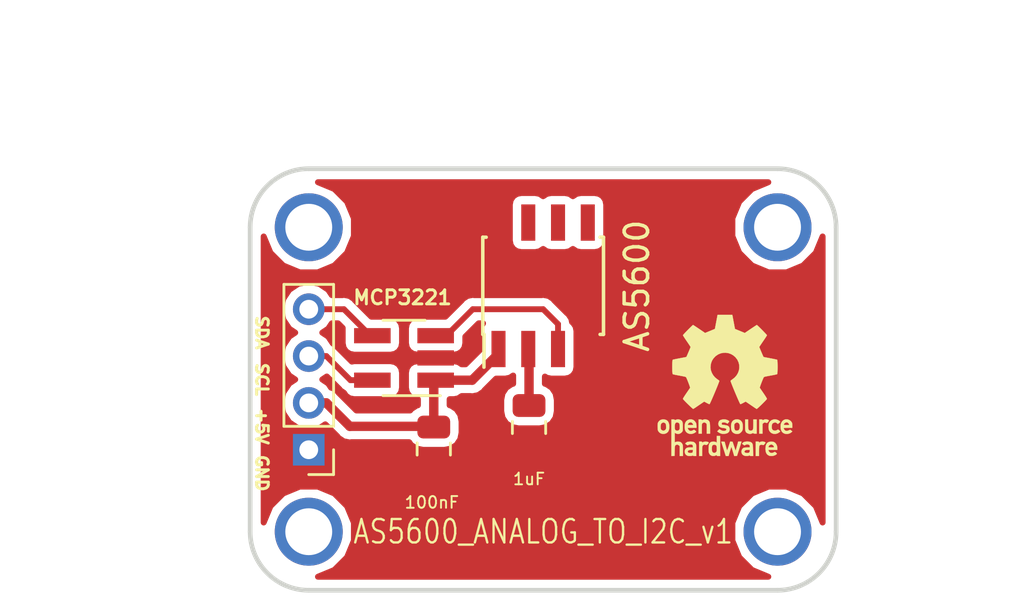
<source format=kicad_pcb>
(kicad_pcb (version 20171130) (host pcbnew "(5.0.0)")

  (general
    (thickness 1.6)
    (drawings 15)
    (tracks 23)
    (zones 0)
    (modules 10)
    (nets 7)
  )

  (page A4)
  (layers
    (0 F.Cu signal)
    (31 B.Cu signal)
    (32 B.Adhes user)
    (33 F.Adhes user)
    (34 B.Paste user)
    (35 F.Paste user)
    (36 B.SilkS user)
    (37 F.SilkS user)
    (38 B.Mask user)
    (39 F.Mask user)
    (40 Dwgs.User user)
    (41 Cmts.User user)
    (42 Eco1.User user)
    (43 Eco2.User user)
    (44 Edge.Cuts user)
    (45 Margin user)
    (46 B.CrtYd user)
    (47 F.CrtYd user)
    (48 B.Fab user)
    (49 F.Fab user)
  )

  (setup
    (last_trace_width 0.4)
    (trace_clearance 0.3)
    (zone_clearance 0.35)
    (zone_45_only no)
    (trace_min 0.2)
    (segment_width 0.2)
    (edge_width 0.2)
    (via_size 0.8)
    (via_drill 0.4)
    (via_min_size 0.4)
    (via_min_drill 0.3)
    (uvia_size 0.3)
    (uvia_drill 0.1)
    (uvias_allowed no)
    (uvia_min_size 0.2)
    (uvia_min_drill 0.1)
    (pcb_text_width 0.3)
    (pcb_text_size 1.5 1.5)
    (mod_edge_width 0.15)
    (mod_text_size 1 1)
    (mod_text_width 0.15)
    (pad_size 2.9 2.9)
    (pad_drill 2)
    (pad_to_mask_clearance 0.2)
    (aux_axis_origin 0 0)
    (grid_origin 152 59)
    (visible_elements 7FFFFFFF)
    (pcbplotparams
      (layerselection 0x010f0_ffffffff)
      (usegerberextensions true)
      (usegerberattributes false)
      (usegerberadvancedattributes false)
      (creategerberjobfile false)
      (excludeedgelayer true)
      (linewidth 0.100000)
      (plotframeref false)
      (viasonmask false)
      (mode 1)
      (useauxorigin false)
      (hpglpennumber 1)
      (hpglpenspeed 20)
      (hpglpendiameter 15.000000)
      (psnegative false)
      (psa4output false)
      (plotreference true)
      (plotvalue true)
      (plotinvisibletext false)
      (padsonsilk false)
      (subtractmaskfromsilk false)
      (outputformat 1)
      (mirror false)
      (drillshape 0)
      (scaleselection 1)
      (outputdirectory "gerber/"))
  )

  (net 0 "")
  (net 1 +5V)
  (net 2 GND)
  (net 3 "Net-(C2-Pad1)")
  (net 4 SDA)
  (net 5 SCL)
  (net 6 ANALOG)

  (net_class Default "This is the default net class."
    (clearance 0.3)
    (trace_width 0.4)
    (via_dia 0.8)
    (via_drill 0.4)
    (uvia_dia 0.3)
    (uvia_drill 0.1)
    (add_net +5V)
    (add_net GND)
    (add_net "Net-(C2-Pad1)")
  )

  (net_class ANALOG ""
    (clearance 0.3)
    (trace_width 0.25)
    (via_dia 0.8)
    (via_drill 0.4)
    (uvia_dia 0.3)
    (uvia_drill 0.1)
    (add_net ANALOG)
    (add_net SCL)
    (add_net SDA)
  )

  (module modular_segment_PCB_footprints:MountingHole_2.5mm_Pad (layer F.Cu) (tedit 5C799F79) (tstamp 5C78F260)
    (at 172 61)
    (descr "Mounting Hole 2.5mm")
    (tags "mounting hole 2.5mm")
    (attr virtual)
    (fp_text reference "2.5mm " (at 0.5 4) (layer F.SilkS) hide
      (effects (font (size 1 1) (thickness 0.15)))
    )
    (fp_text value Hole_BL (at 6.5 3.5) (layer F.Fab) hide
      (effects (font (size 1 1) (thickness 0.15)))
    )
    (pad "" np_thru_hole circle (at 0 -2) (size 2.9 2.9) (drill 2) (layers *.Cu *.Mask))
  )

  (module Symbol:OSHW-Logo_5.7x6mm_SilkScreen (layer F.Cu) (tedit 0) (tstamp 5C9F8F0F)
    (at 169.75 65.75)
    (descr "Open Source Hardware Logo")
    (tags "Logo OSHW")
    (attr virtual)
    (fp_text reference REF** (at 0 0) (layer F.SilkS) hide
      (effects (font (size 1 1) (thickness 0.15)))
    )
    (fp_text value OSHW-Logo_5.7x6mm_SilkScreen (at 0.75 0) (layer F.Fab) hide
      (effects (font (size 1 1) (thickness 0.15)))
    )
    (fp_poly (pts (xy 0.376964 -2.709982) (xy 0.433812 -2.40843) (xy 0.853338 -2.235488) (xy 1.104984 -2.406605)
      (xy 1.175458 -2.45425) (xy 1.239163 -2.49679) (xy 1.293126 -2.532285) (xy 1.334373 -2.55879)
      (xy 1.359934 -2.574364) (xy 1.366895 -2.577722) (xy 1.379435 -2.569086) (xy 1.406231 -2.545208)
      (xy 1.44428 -2.509141) (xy 1.490579 -2.463933) (xy 1.542123 -2.412636) (xy 1.595909 -2.358299)
      (xy 1.648935 -2.303972) (xy 1.698195 -2.252705) (xy 1.740687 -2.207549) (xy 1.773407 -2.171554)
      (xy 1.793351 -2.14777) (xy 1.798119 -2.13981) (xy 1.791257 -2.125135) (xy 1.77202 -2.092986)
      (xy 1.74243 -2.046508) (xy 1.70451 -1.988844) (xy 1.660282 -1.92314) (xy 1.634654 -1.885664)
      (xy 1.587941 -1.817232) (xy 1.546432 -1.75548) (xy 1.51214 -1.703481) (xy 1.48708 -1.664308)
      (xy 1.473264 -1.641035) (xy 1.471188 -1.636145) (xy 1.475895 -1.622245) (xy 1.488723 -1.58985)
      (xy 1.507738 -1.543515) (xy 1.531003 -1.487794) (xy 1.556584 -1.427242) (xy 1.582545 -1.366414)
      (xy 1.60695 -1.309864) (xy 1.627863 -1.262148) (xy 1.643349 -1.227819) (xy 1.651472 -1.211432)
      (xy 1.651952 -1.210788) (xy 1.664707 -1.207659) (xy 1.698677 -1.200679) (xy 1.75034 -1.190533)
      (xy 1.816176 -1.177908) (xy 1.892664 -1.163491) (xy 1.93729 -1.155177) (xy 2.019021 -1.139616)
      (xy 2.092843 -1.124808) (xy 2.155021 -1.111564) (xy 2.201822 -1.100695) (xy 2.229509 -1.093011)
      (xy 2.235074 -1.090573) (xy 2.240526 -1.07407) (xy 2.244924 -1.0368) (xy 2.248272 -0.98312)
      (xy 2.250574 -0.917388) (xy 2.251832 -0.843963) (xy 2.252048 -0.767204) (xy 2.251227 -0.691468)
      (xy 2.249371 -0.621114) (xy 2.246482 -0.5605) (xy 2.242565 -0.513984) (xy 2.237622 -0.485925)
      (xy 2.234657 -0.480084) (xy 2.216934 -0.473083) (xy 2.179381 -0.463073) (xy 2.126964 -0.451231)
      (xy 2.064652 -0.438733) (xy 2.0429 -0.43469) (xy 1.938024 -0.41548) (xy 1.85518 -0.400009)
      (xy 1.79163 -0.387663) (xy 1.744637 -0.377827) (xy 1.711463 -0.369886) (xy 1.689371 -0.363224)
      (xy 1.675624 -0.357227) (xy 1.667484 -0.351281) (xy 1.666345 -0.350106) (xy 1.654977 -0.331174)
      (xy 1.637635 -0.294331) (xy 1.61605 -0.244087) (xy 1.591954 -0.184954) (xy 1.567079 -0.121444)
      (xy 1.543157 -0.058068) (xy 1.521919 0.000662) (xy 1.505097 0.050235) (xy 1.494422 0.086139)
      (xy 1.491627 0.103862) (xy 1.49186 0.104483) (xy 1.501331 0.11897) (xy 1.522818 0.150844)
      (xy 1.554063 0.196789) (xy 1.592807 0.253485) (xy 1.636793 0.317617) (xy 1.649319 0.335842)
      (xy 1.693984 0.401914) (xy 1.733288 0.4622) (xy 1.765088 0.513235) (xy 1.787245 0.55156)
      (xy 1.797617 0.573711) (xy 1.798119 0.576432) (xy 1.789405 0.590736) (xy 1.765325 0.619072)
      (xy 1.728976 0.658396) (xy 1.683453 0.705661) (xy 1.631852 0.757823) (xy 1.577267 0.811835)
      (xy 1.522794 0.864653) (xy 1.471529 0.913231) (xy 1.426567 0.954523) (xy 1.391004 0.985485)
      (xy 1.367935 1.00307) (xy 1.361554 1.005941) (xy 1.346699 0.999178) (xy 1.316286 0.980939)
      (xy 1.275268 0.954297) (xy 1.243709 0.932852) (xy 1.186525 0.893503) (xy 1.118806 0.847171)
      (xy 1.05088 0.800913) (xy 1.014361 0.776155) (xy 0.890752 0.692547) (xy 0.786991 0.74865)
      (xy 0.73972 0.773228) (xy 0.699523 0.792331) (xy 0.672326 0.803227) (xy 0.665402 0.804743)
      (xy 0.657077 0.793549) (xy 0.640654 0.761917) (xy 0.617357 0.712765) (xy 0.588414 0.64901)
      (xy 0.55505 0.573571) (xy 0.518491 0.489364) (xy 0.479964 0.399308) (xy 0.440694 0.306321)
      (xy 0.401908 0.21332) (xy 0.36483 0.123223) (xy 0.330689 0.038948) (xy 0.300708 -0.036587)
      (xy 0.276116 -0.100466) (xy 0.258136 -0.149769) (xy 0.247997 -0.181579) (xy 0.246366 -0.192504)
      (xy 0.259291 -0.206439) (xy 0.287589 -0.22906) (xy 0.325346 -0.255667) (xy 0.328515 -0.257772)
      (xy 0.4261 -0.335886) (xy 0.504786 -0.427018) (xy 0.563891 -0.528255) (xy 0.602732 -0.636682)
      (xy 0.620628 -0.749386) (xy 0.616897 -0.863452) (xy 0.590857 -0.975966) (xy 0.541825 -1.084015)
      (xy 0.5274 -1.107655) (xy 0.452369 -1.203113) (xy 0.36373 -1.279768) (xy 0.264549 -1.33722)
      (xy 0.157895 -1.375071) (xy 0.046836 -1.392922) (xy -0.065561 -1.390375) (xy -0.176227 -1.36703)
      (xy -0.282094 -1.32249) (xy -0.380095 -1.256355) (xy -0.41041 -1.229513) (xy -0.487562 -1.145488)
      (xy -0.543782 -1.057034) (xy -0.582347 -0.957885) (xy -0.603826 -0.859697) (xy -0.609128 -0.749303)
      (xy -0.591448 -0.63836) (xy -0.552581 -0.530619) (xy -0.494323 -0.429831) (xy -0.418469 -0.339744)
      (xy -0.326817 -0.264108) (xy -0.314772 -0.256136) (xy -0.276611 -0.230026) (xy -0.247601 -0.207405)
      (xy -0.233732 -0.192961) (xy -0.233531 -0.192504) (xy -0.236508 -0.176879) (xy -0.248311 -0.141418)
      (xy -0.267714 -0.089038) (xy -0.293488 -0.022655) (xy -0.324409 0.054814) (xy -0.359249 0.14045)
      (xy -0.396783 0.231337) (xy -0.435783 0.324559) (xy -0.475023 0.417197) (xy -0.513276 0.506335)
      (xy -0.549317 0.589055) (xy -0.581917 0.662441) (xy -0.609852 0.723575) (xy -0.631895 0.769541)
      (xy -0.646818 0.797421) (xy -0.652828 0.804743) (xy -0.671191 0.799041) (xy -0.705552 0.783749)
      (xy -0.749984 0.761599) (xy -0.774417 0.74865) (xy -0.878178 0.692547) (xy -1.001787 0.776155)
      (xy -1.064886 0.818987) (xy -1.13397 0.866122) (xy -1.198707 0.910503) (xy -1.231134 0.932852)
      (xy -1.276741 0.963477) (xy -1.31536 0.987747) (xy -1.341952 1.002587) (xy -1.35059 1.005724)
      (xy -1.363161 0.997261) (xy -1.390984 0.973636) (xy -1.431361 0.937302) (xy -1.481595 0.890711)
      (xy -1.538988 0.836317) (xy -1.575286 0.801392) (xy -1.63879 0.738996) (xy -1.693673 0.683188)
      (xy -1.737714 0.636354) (xy -1.768695 0.600882) (xy -1.784398 0.579161) (xy -1.785905 0.574752)
      (xy -1.778914 0.557985) (xy -1.759594 0.524082) (xy -1.730091 0.476476) (xy -1.692545 0.418599)
      (xy -1.6491 0.353884) (xy -1.636745 0.335842) (xy -1.591727 0.270267) (xy -1.55134 0.211228)
      (xy -1.51784 0.162042) (xy -1.493486 0.126028) (xy -1.480536 0.106502) (xy -1.479285 0.104483)
      (xy -1.481156 0.088922) (xy -1.491087 0.054709) (xy -1.507347 0.006355) (xy -1.528205 -0.051629)
      (xy -1.551927 -0.11473) (xy -1.576784 -0.178437) (xy -1.601042 -0.238239) (xy -1.622971 -0.289624)
      (xy -1.640838 -0.328081) (xy -1.652913 -0.349098) (xy -1.653771 -0.350106) (xy -1.661154 -0.356112)
      (xy -1.673625 -0.362052) (xy -1.69392 -0.36854) (xy -1.724778 -0.376191) (xy -1.768934 -0.38562)
      (xy -1.829126 -0.397441) (xy -1.908093 -0.412271) (xy -2.00857 -0.430723) (xy -2.030325 -0.43469)
      (xy -2.094802 -0.447147) (xy -2.151011 -0.459334) (xy -2.193987 -0.470074) (xy -2.21876 -0.478191)
      (xy -2.222082 -0.480084) (xy -2.227556 -0.496862) (xy -2.232006 -0.534355) (xy -2.235428 -0.588206)
      (xy -2.237819 -0.654056) (xy -2.239177 -0.727547) (xy -2.239499 -0.80432) (xy -2.238781 -0.880017)
      (xy -2.237021 -0.95028) (xy -2.234216 -1.01075) (xy -2.230362 -1.05707) (xy -2.225457 -1.084881)
      (xy -2.2225 -1.090573) (xy -2.206037 -1.096314) (xy -2.168551 -1.105655) (xy -2.113775 -1.117785)
      (xy -2.045445 -1.131893) (xy -1.967294 -1.14717) (xy -1.924716 -1.155177) (xy -1.843929 -1.170279)
      (xy -1.771887 -1.18396) (xy -1.712111 -1.195533) (xy -1.668121 -1.204313) (xy -1.643439 -1.209613)
      (xy -1.639377 -1.210788) (xy -1.632511 -1.224035) (xy -1.617998 -1.255943) (xy -1.597771 -1.301953)
      (xy -1.573766 -1.357508) (xy -1.547918 -1.418047) (xy -1.52216 -1.479014) (xy -1.498427 -1.535849)
      (xy -1.478654 -1.583994) (xy -1.464776 -1.61889) (xy -1.458726 -1.635979) (xy -1.458614 -1.636726)
      (xy -1.465472 -1.650207) (xy -1.484698 -1.68123) (xy -1.514272 -1.726711) (xy -1.552173 -1.783568)
      (xy -1.59638 -1.848717) (xy -1.622079 -1.886138) (xy -1.668907 -1.954753) (xy -1.710499 -2.017048)
      (xy -1.744825 -2.069871) (xy -1.769857 -2.110073) (xy -1.783565 -2.1345) (xy -1.785544 -2.139976)
      (xy -1.777034 -2.152722) (xy -1.753507 -2.179937) (xy -1.717968 -2.218572) (xy -1.673423 -2.265577)
      (xy -1.622877 -2.317905) (xy -1.569336 -2.372505) (xy -1.515805 -2.42633) (xy -1.465289 -2.47633)
      (xy -1.420794 -2.519457) (xy -1.385325 -2.552661) (xy -1.361887 -2.572894) (xy -1.354046 -2.577722)
      (xy -1.34128 -2.570933) (xy -1.310744 -2.551858) (xy -1.26541 -2.522439) (xy -1.208244 -2.484619)
      (xy -1.142216 -2.440339) (xy -1.09241 -2.406605) (xy -0.840764 -2.235488) (xy -0.631001 -2.321959)
      (xy -0.421237 -2.40843) (xy -0.364389 -2.709982) (xy -0.30754 -3.011534) (xy 0.320115 -3.011534)
      (xy 0.376964 -2.709982)) (layer F.SilkS) (width 0.01))
    (fp_poly (pts (xy 1.79946 1.45803) (xy 1.842711 1.471245) (xy 1.870558 1.487941) (xy 1.879629 1.501145)
      (xy 1.877132 1.516797) (xy 1.860931 1.541385) (xy 1.847232 1.5588) (xy 1.818992 1.590283)
      (xy 1.797775 1.603529) (xy 1.779688 1.602664) (xy 1.726035 1.58901) (xy 1.68663 1.58963)
      (xy 1.654632 1.605104) (xy 1.64389 1.614161) (xy 1.609505 1.646027) (xy 1.609505 2.062179)
      (xy 1.471188 2.062179) (xy 1.471188 1.458614) (xy 1.540347 1.458614) (xy 1.581869 1.460256)
      (xy 1.603291 1.466087) (xy 1.609502 1.477461) (xy 1.609505 1.477798) (xy 1.612439 1.489713)
      (xy 1.625704 1.488159) (xy 1.644084 1.479563) (xy 1.682046 1.463568) (xy 1.712872 1.453945)
      (xy 1.752536 1.451478) (xy 1.79946 1.45803)) (layer F.SilkS) (width 0.01))
    (fp_poly (pts (xy -0.754012 1.469002) (xy -0.722717 1.48395) (xy -0.692409 1.505541) (xy -0.669318 1.530391)
      (xy -0.6525 1.562087) (xy -0.641006 1.604214) (xy -0.633891 1.660358) (xy -0.630207 1.734106)
      (xy -0.629008 1.829044) (xy -0.628989 1.838985) (xy -0.628713 2.062179) (xy -0.76703 2.062179)
      (xy -0.76703 1.856418) (xy -0.767128 1.780189) (xy -0.767809 1.724939) (xy -0.769651 1.686501)
      (xy -0.773233 1.660706) (xy -0.779132 1.643384) (xy -0.787927 1.630368) (xy -0.80018 1.617507)
      (xy -0.843047 1.589873) (xy -0.889843 1.584745) (xy -0.934424 1.602217) (xy -0.949928 1.615221)
      (xy -0.96131 1.627447) (xy -0.969481 1.64054) (xy -0.974974 1.658615) (xy -0.97832 1.685787)
      (xy -0.980051 1.72617) (xy -0.980697 1.783879) (xy -0.980792 1.854132) (xy -0.980792 2.062179)
      (xy -1.119109 2.062179) (xy -1.119109 1.458614) (xy -1.04995 1.458614) (xy -1.008428 1.460256)
      (xy -0.987006 1.466087) (xy -0.980795 1.477461) (xy -0.980792 1.477798) (xy -0.97791 1.488938)
      (xy -0.965199 1.487674) (xy -0.939926 1.475434) (xy -0.882605 1.457424) (xy -0.817037 1.455421)
      (xy -0.754012 1.469002)) (layer F.SilkS) (width 0.01))
    (fp_poly (pts (xy 2.677898 1.456457) (xy 2.710096 1.464279) (xy 2.771825 1.492921) (xy 2.82461 1.536667)
      (xy 2.861141 1.589117) (xy 2.86616 1.600893) (xy 2.873045 1.63174) (xy 2.877864 1.677371)
      (xy 2.879505 1.723492) (xy 2.879505 1.810693) (xy 2.697178 1.810693) (xy 2.621979 1.810978)
      (xy 2.569003 1.812704) (xy 2.535325 1.817181) (xy 2.51802 1.82572) (xy 2.514163 1.83963)
      (xy 2.520829 1.860222) (xy 2.53277 1.884315) (xy 2.56608 1.924525) (xy 2.612368 1.944558)
      (xy 2.668944 1.943905) (xy 2.733031 1.922101) (xy 2.788417 1.895193) (xy 2.834375 1.931532)
      (xy 2.880333 1.967872) (xy 2.837096 2.007819) (xy 2.779374 2.045563) (xy 2.708386 2.06832)
      (xy 2.632029 2.074688) (xy 2.558199 2.063268) (xy 2.546287 2.059393) (xy 2.481399 2.025506)
      (xy 2.43313 1.974986) (xy 2.400465 1.906325) (xy 2.382385 1.818014) (xy 2.382175 1.816121)
      (xy 2.380556 1.719878) (xy 2.3871 1.685542) (xy 2.514852 1.685542) (xy 2.526584 1.690822)
      (xy 2.558438 1.694867) (xy 2.605397 1.697176) (xy 2.635154 1.697525) (xy 2.690648 1.697306)
      (xy 2.725346 1.695916) (xy 2.743601 1.692251) (xy 2.749766 1.68521) (xy 2.748195 1.67369)
      (xy 2.746878 1.669233) (xy 2.724382 1.627355) (xy 2.689003 1.593604) (xy 2.65778 1.578773)
      (xy 2.616301 1.579668) (xy 2.574269 1.598164) (xy 2.539012 1.628786) (xy 2.517854 1.666062)
      (xy 2.514852 1.685542) (xy 2.3871 1.685542) (xy 2.39669 1.635229) (xy 2.428698 1.564191)
      (xy 2.474701 1.508779) (xy 2.532821 1.471009) (xy 2.60118 1.452896) (xy 2.677898 1.456457)) (layer F.SilkS) (width 0.01))
    (fp_poly (pts (xy 2.217226 1.46388) (xy 2.29008 1.49483) (xy 2.313027 1.509895) (xy 2.342354 1.533048)
      (xy 2.360764 1.551253) (xy 2.363961 1.557183) (xy 2.354935 1.57034) (xy 2.331837 1.592667)
      (xy 2.313344 1.60825) (xy 2.262728 1.648926) (xy 2.22276 1.615295) (xy 2.191874 1.593584)
      (xy 2.161759 1.58609) (xy 2.127292 1.58792) (xy 2.072561 1.601528) (xy 2.034886 1.629772)
      (xy 2.011991 1.675433) (xy 2.001597 1.741289) (xy 2.001595 1.741331) (xy 2.002494 1.814939)
      (xy 2.016463 1.868946) (xy 2.044328 1.905716) (xy 2.063325 1.918168) (xy 2.113776 1.933673)
      (xy 2.167663 1.933683) (xy 2.214546 1.918638) (xy 2.225644 1.911287) (xy 2.253476 1.892511)
      (xy 2.275236 1.889434) (xy 2.298704 1.903409) (xy 2.324649 1.92851) (xy 2.365716 1.97088)
      (xy 2.320121 2.008464) (xy 2.249674 2.050882) (xy 2.170233 2.071785) (xy 2.087215 2.070272)
      (xy 2.032694 2.056411) (xy 1.96897 2.022135) (xy 1.918005 1.968212) (xy 1.894851 1.930149)
      (xy 1.876099 1.875536) (xy 1.866715 1.806369) (xy 1.866643 1.731407) (xy 1.875824 1.659409)
      (xy 1.894199 1.599137) (xy 1.897093 1.592958) (xy 1.939952 1.532351) (xy 1.997979 1.488224)
      (xy 2.066591 1.461493) (xy 2.141201 1.453073) (xy 2.217226 1.46388)) (layer F.SilkS) (width 0.01))
    (fp_poly (pts (xy 0.993367 1.654342) (xy 0.994555 1.746563) (xy 0.998897 1.81661) (xy 1.007558 1.867381)
      (xy 1.021704 1.901772) (xy 1.0425 1.922679) (xy 1.07111 1.933) (xy 1.106535 1.935636)
      (xy 1.143636 1.932682) (xy 1.171818 1.921889) (xy 1.192243 1.90036) (xy 1.206079 1.865199)
      (xy 1.214491 1.81351) (xy 1.218643 1.742394) (xy 1.219703 1.654342) (xy 1.219703 1.458614)
      (xy 1.35802 1.458614) (xy 1.35802 2.062179) (xy 1.288862 2.062179) (xy 1.24717 2.060489)
      (xy 1.225701 2.054556) (xy 1.219703 2.043293) (xy 1.216091 2.033261) (xy 1.201714 2.035383)
      (xy 1.172736 2.04958) (xy 1.106319 2.07148) (xy 1.035875 2.069928) (xy 0.968377 2.046147)
      (xy 0.936233 2.027362) (xy 0.911715 2.007022) (xy 0.893804 1.981573) (xy 0.881479 1.947458)
      (xy 0.873723 1.901121) (xy 0.869516 1.839007) (xy 0.86784 1.757561) (xy 0.867624 1.694578)
      (xy 0.867624 1.458614) (xy 0.993367 1.458614) (xy 0.993367 1.654342)) (layer F.SilkS) (width 0.01))
    (fp_poly (pts (xy 0.610762 1.466055) (xy 0.674363 1.500692) (xy 0.724123 1.555372) (xy 0.747568 1.599842)
      (xy 0.757634 1.639121) (xy 0.764156 1.695116) (xy 0.766951 1.759621) (xy 0.765836 1.824429)
      (xy 0.760626 1.881334) (xy 0.754541 1.911727) (xy 0.734014 1.953306) (xy 0.698463 1.997468)
      (xy 0.655619 2.036087) (xy 0.613211 2.061034) (xy 0.612177 2.06143) (xy 0.559553 2.072331)
      (xy 0.497188 2.072601) (xy 0.437924 2.062676) (xy 0.41504 2.054722) (xy 0.356102 2.0213)
      (xy 0.31389 1.977511) (xy 0.286156 1.919538) (xy 0.270651 1.843565) (xy 0.267143 1.803771)
      (xy 0.26759 1.753766) (xy 0.402376 1.753766) (xy 0.406917 1.826732) (xy 0.419986 1.882334)
      (xy 0.440756 1.917861) (xy 0.455552 1.92802) (xy 0.493464 1.935104) (xy 0.538527 1.933007)
      (xy 0.577487 1.922812) (xy 0.587704 1.917204) (xy 0.614659 1.884538) (xy 0.632451 1.834545)
      (xy 0.640024 1.773705) (xy 0.636325 1.708497) (xy 0.628057 1.669253) (xy 0.60432 1.623805)
      (xy 0.566849 1.595396) (xy 0.52172 1.585573) (xy 0.475011 1.595887) (xy 0.439132 1.621112)
      (xy 0.420277 1.641925) (xy 0.409272 1.662439) (xy 0.404026 1.690203) (xy 0.402449 1.732762)
      (xy 0.402376 1.753766) (xy 0.26759 1.753766) (xy 0.268094 1.69758) (xy 0.285388 1.610501)
      (xy 0.319029 1.54253) (xy 0.369018 1.493664) (xy 0.435356 1.463899) (xy 0.449601 1.460448)
      (xy 0.53521 1.452345) (xy 0.610762 1.466055)) (layer F.SilkS) (width 0.01))
    (fp_poly (pts (xy 0.014017 1.456452) (xy 0.061634 1.465482) (xy 0.111034 1.48437) (xy 0.116312 1.486777)
      (xy 0.153774 1.506476) (xy 0.179717 1.524781) (xy 0.188103 1.536508) (xy 0.180117 1.555632)
      (xy 0.16072 1.58385) (xy 0.15211 1.594384) (xy 0.116628 1.635847) (xy 0.070885 1.608858)
      (xy 0.02735 1.590878) (xy -0.02295 1.581267) (xy -0.071188 1.58066) (xy -0.108533 1.589691)
      (xy -0.117495 1.595327) (xy -0.134563 1.621171) (xy -0.136637 1.650941) (xy -0.123866 1.674197)
      (xy -0.116312 1.678708) (xy -0.093675 1.684309) (xy -0.053885 1.690892) (xy -0.004834 1.697183)
      (xy 0.004215 1.69817) (xy 0.082996 1.711798) (xy 0.140136 1.734946) (xy 0.17803 1.769752)
      (xy 0.199079 1.818354) (xy 0.205635 1.877718) (xy 0.196577 1.945198) (xy 0.167164 1.998188)
      (xy 0.117278 2.036783) (xy 0.0468 2.061081) (xy -0.031435 2.070667) (xy -0.095234 2.070552)
      (xy -0.146984 2.061845) (xy -0.182327 2.049825) (xy -0.226983 2.02888) (xy -0.268253 2.004574)
      (xy -0.282921 1.993876) (xy -0.320643 1.963084) (xy -0.275148 1.917049) (xy -0.229653 1.871013)
      (xy -0.177928 1.905243) (xy -0.126048 1.930952) (xy -0.070649 1.944399) (xy -0.017395 1.945818)
      (xy 0.028049 1.935443) (xy 0.060016 1.913507) (xy 0.070338 1.894998) (xy 0.068789 1.865314)
      (xy 0.04314 1.842615) (xy -0.00654 1.82694) (xy -0.060969 1.819695) (xy -0.144736 1.805873)
      (xy -0.206967 1.779796) (xy -0.248493 1.740699) (xy -0.270147 1.68782) (xy -0.273147 1.625126)
      (xy -0.258329 1.559642) (xy -0.224546 1.510144) (xy -0.171495 1.476408) (xy -0.098874 1.458207)
      (xy -0.045072 1.454639) (xy 0.014017 1.456452)) (layer F.SilkS) (width 0.01))
    (fp_poly (pts (xy -1.356699 1.472614) (xy -1.344168 1.478514) (xy -1.300799 1.510283) (xy -1.25979 1.556646)
      (xy -1.229168 1.607696) (xy -1.220459 1.631166) (xy -1.212512 1.673091) (xy -1.207774 1.723757)
      (xy -1.207199 1.744679) (xy -1.207129 1.810693) (xy -1.587083 1.810693) (xy -1.578983 1.845273)
      (xy -1.559104 1.88617) (xy -1.524347 1.921514) (xy -1.482998 1.944282) (xy -1.456649 1.94901)
      (xy -1.420916 1.943273) (xy -1.378282 1.928882) (xy -1.363799 1.922262) (xy -1.31024 1.895513)
      (xy -1.264533 1.930376) (xy -1.238158 1.953955) (xy -1.224124 1.973417) (xy -1.223414 1.979129)
      (xy -1.235951 1.992973) (xy -1.263428 2.014012) (xy -1.288366 2.030425) (xy -1.355664 2.05993)
      (xy -1.43111 2.073284) (xy -1.505888 2.069812) (xy -1.565495 2.051663) (xy -1.626941 2.012784)
      (xy -1.670608 1.961595) (xy -1.697926 1.895367) (xy -1.710322 1.811371) (xy -1.711421 1.772936)
      (xy -1.707022 1.684861) (xy -1.706482 1.682299) (xy -1.580582 1.682299) (xy -1.577115 1.690558)
      (xy -1.562863 1.695113) (xy -1.53347 1.697065) (xy -1.484575 1.697517) (xy -1.465748 1.697525)
      (xy -1.408467 1.696843) (xy -1.372141 1.694364) (xy -1.352604 1.689443) (xy -1.34569 1.681434)
      (xy -1.345445 1.678862) (xy -1.353336 1.658423) (xy -1.373085 1.629789) (xy -1.381575 1.619763)
      (xy -1.413094 1.591408) (xy -1.445949 1.580259) (xy -1.463651 1.579327) (xy -1.511539 1.590981)
      (xy -1.551699 1.622285) (xy -1.577173 1.667752) (xy -1.577625 1.669233) (xy -1.580582 1.682299)
      (xy -1.706482 1.682299) (xy -1.692392 1.61551) (xy -1.666038 1.560025) (xy -1.633807 1.520639)
      (xy -1.574217 1.477931) (xy -1.504168 1.455109) (xy -1.429661 1.453046) (xy -1.356699 1.472614)) (layer F.SilkS) (width 0.01))
    (fp_poly (pts (xy -2.538261 1.465148) (xy -2.472479 1.494231) (xy -2.42254 1.542793) (xy -2.388374 1.610908)
      (xy -2.369907 1.698651) (xy -2.368583 1.712351) (xy -2.367546 1.808939) (xy -2.380993 1.893602)
      (xy -2.408108 1.962221) (xy -2.422627 1.984294) (xy -2.473201 2.031011) (xy -2.537609 2.061268)
      (xy -2.609666 2.073824) (xy -2.683185 2.067439) (xy -2.739072 2.047772) (xy -2.787132 2.014629)
      (xy -2.826412 1.971175) (xy -2.827092 1.970158) (xy -2.843044 1.943338) (xy -2.85341 1.916368)
      (xy -2.859688 1.882332) (xy -2.863373 1.83431) (xy -2.864997 1.794931) (xy -2.865672 1.759219)
      (xy -2.739955 1.759219) (xy -2.738726 1.79477) (xy -2.734266 1.842094) (xy -2.726397 1.872465)
      (xy -2.712207 1.894072) (xy -2.698917 1.906694) (xy -2.651802 1.933122) (xy -2.602505 1.936653)
      (xy -2.556593 1.917639) (xy -2.533638 1.896331) (xy -2.517096 1.874859) (xy -2.507421 1.854313)
      (xy -2.503174 1.827574) (xy -2.50292 1.787523) (xy -2.504228 1.750638) (xy -2.507043 1.697947)
      (xy -2.511505 1.663772) (xy -2.519548 1.64148) (xy -2.533103 1.624442) (xy -2.543845 1.614703)
      (xy -2.588777 1.589123) (xy -2.637249 1.587847) (xy -2.677894 1.602999) (xy -2.712567 1.634642)
      (xy -2.733224 1.68662) (xy -2.739955 1.759219) (xy -2.865672 1.759219) (xy -2.866479 1.716621)
      (xy -2.863948 1.658056) (xy -2.856362 1.614007) (xy -2.842681 1.579248) (xy -2.821865 1.548551)
      (xy -2.814147 1.539436) (xy -2.765889 1.494021) (xy -2.714128 1.467493) (xy -2.650828 1.456379)
      (xy -2.619961 1.455471) (xy -2.538261 1.465148)) (layer F.SilkS) (width 0.01))
    (fp_poly (pts (xy 2.032581 2.40497) (xy 2.092685 2.420597) (xy 2.143021 2.452848) (xy 2.167393 2.47694)
      (xy 2.207345 2.533895) (xy 2.230242 2.599965) (xy 2.238108 2.681182) (xy 2.238148 2.687748)
      (xy 2.238218 2.753763) (xy 1.858264 2.753763) (xy 1.866363 2.788342) (xy 1.880987 2.819659)
      (xy 1.906581 2.852291) (xy 1.911935 2.8575) (xy 1.957943 2.885694) (xy 2.01041 2.890475)
      (xy 2.070803 2.871926) (xy 2.08104 2.866931) (xy 2.112439 2.851745) (xy 2.13347 2.843094)
      (xy 2.137139 2.842293) (xy 2.149948 2.850063) (xy 2.174378 2.869072) (xy 2.186779 2.87946)
      (xy 2.212476 2.903321) (xy 2.220915 2.919077) (xy 2.215058 2.933571) (xy 2.211928 2.937534)
      (xy 2.190725 2.954879) (xy 2.155738 2.975959) (xy 2.131337 2.988265) (xy 2.062072 3.009946)
      (xy 1.985388 3.016971) (xy 1.912765 3.008647) (xy 1.892426 3.002686) (xy 1.829476 2.968952)
      (xy 1.782815 2.917045) (xy 1.752173 2.846459) (xy 1.737282 2.756692) (xy 1.735647 2.709753)
      (xy 1.740421 2.641413) (xy 1.86099 2.641413) (xy 1.872652 2.646465) (xy 1.903998 2.650429)
      (xy 1.949571 2.652768) (xy 1.980446 2.653169) (xy 2.035981 2.652783) (xy 2.071033 2.650975)
      (xy 2.090262 2.646773) (xy 2.09833 2.639203) (xy 2.099901 2.628218) (xy 2.089121 2.594381)
      (xy 2.06198 2.56094) (xy 2.026277 2.535272) (xy 1.99056 2.524772) (xy 1.942048 2.534086)
      (xy 1.900053 2.561013) (xy 1.870936 2.599827) (xy 1.86099 2.641413) (xy 1.740421 2.641413)
      (xy 1.742599 2.610236) (xy 1.764055 2.530949) (xy 1.80047 2.471263) (xy 1.852297 2.430549)
      (xy 1.91999 2.408179) (xy 1.956662 2.403871) (xy 2.032581 2.40497)) (layer F.SilkS) (width 0.01))
    (fp_poly (pts (xy 1.635255 2.401486) (xy 1.683595 2.411015) (xy 1.711114 2.425125) (xy 1.740064 2.448568)
      (xy 1.698876 2.500571) (xy 1.673482 2.532064) (xy 1.656238 2.547428) (xy 1.639102 2.549776)
      (xy 1.614027 2.542217) (xy 1.602257 2.537941) (xy 1.55427 2.531631) (xy 1.510324 2.545156)
      (xy 1.47806 2.57571) (xy 1.472819 2.585452) (xy 1.467112 2.611258) (xy 1.462706 2.658817)
      (xy 1.459811 2.724758) (xy 1.458631 2.80571) (xy 1.458614 2.817226) (xy 1.458614 3.017822)
      (xy 1.320297 3.017822) (xy 1.320297 2.401683) (xy 1.389456 2.401683) (xy 1.429333 2.402725)
      (xy 1.450107 2.407358) (xy 1.457789 2.417849) (xy 1.458614 2.427745) (xy 1.458614 2.453806)
      (xy 1.491745 2.427745) (xy 1.529735 2.409965) (xy 1.58077 2.401174) (xy 1.635255 2.401486)) (layer F.SilkS) (width 0.01))
    (fp_poly (pts (xy 1.038411 2.405417) (xy 1.091411 2.41829) (xy 1.106731 2.42511) (xy 1.136428 2.442974)
      (xy 1.15922 2.463093) (xy 1.176083 2.488962) (xy 1.187998 2.524073) (xy 1.195942 2.57192)
      (xy 1.200894 2.635996) (xy 1.203831 2.719794) (xy 1.204947 2.775768) (xy 1.209052 3.017822)
      (xy 1.138932 3.017822) (xy 1.096393 3.016038) (xy 1.074476 3.009942) (xy 1.068812 2.999706)
      (xy 1.065821 2.988637) (xy 1.052451 2.990754) (xy 1.034233 2.999629) (xy 0.988624 3.013233)
      (xy 0.930007 3.016899) (xy 0.868354 3.010903) (xy 0.813638 2.995521) (xy 0.80873 2.993386)
      (xy 0.758723 2.958255) (xy 0.725756 2.909419) (xy 0.710587 2.852333) (xy 0.711746 2.831824)
      (xy 0.835508 2.831824) (xy 0.846413 2.859425) (xy 0.878745 2.879204) (xy 0.93091 2.889819)
      (xy 0.958787 2.891228) (xy 1.005247 2.88762) (xy 1.036129 2.873597) (xy 1.043664 2.866931)
      (xy 1.064076 2.830666) (xy 1.068812 2.797773) (xy 1.068812 2.753763) (xy 1.007513 2.753763)
      (xy 0.936256 2.757395) (xy 0.886276 2.768818) (xy 0.854696 2.788824) (xy 0.847626 2.797743)
      (xy 0.835508 2.831824) (xy 0.711746 2.831824) (xy 0.713971 2.792456) (xy 0.736663 2.735244)
      (xy 0.767624 2.69658) (xy 0.786376 2.679864) (xy 0.804733 2.668878) (xy 0.828619 2.66218)
      (xy 0.863957 2.658326) (xy 0.916669 2.655873) (xy 0.937577 2.655168) (xy 1.068812 2.650879)
      (xy 1.06862 2.611158) (xy 1.063537 2.569405) (xy 1.045162 2.544158) (xy 1.008039 2.52803)
      (xy 1.007043 2.527742) (xy 0.95441 2.5214) (xy 0.902906 2.529684) (xy 0.86463 2.549827)
      (xy 0.849272 2.559773) (xy 0.83273 2.558397) (xy 0.807275 2.543987) (xy 0.792328 2.533817)
      (xy 0.763091 2.512088) (xy 0.74498 2.4958) (xy 0.742074 2.491137) (xy 0.75404 2.467005)
      (xy 0.789396 2.438185) (xy 0.804753 2.428461) (xy 0.848901 2.411714) (xy 0.908398 2.402227)
      (xy 0.974487 2.400095) (xy 1.038411 2.405417)) (layer F.SilkS) (width 0.01))
    (fp_poly (pts (xy 0.281524 2.404237) (xy 0.331255 2.407971) (xy 0.461291 2.797773) (xy 0.481678 2.728614)
      (xy 0.493946 2.685874) (xy 0.510085 2.628115) (xy 0.527512 2.564625) (xy 0.536726 2.53057)
      (xy 0.571388 2.401683) (xy 0.714391 2.401683) (xy 0.671646 2.536857) (xy 0.650596 2.603342)
      (xy 0.625167 2.683539) (xy 0.59861 2.767193) (xy 0.574902 2.841782) (xy 0.520902 3.011535)
      (xy 0.462598 3.015328) (xy 0.404295 3.019122) (xy 0.372679 2.914734) (xy 0.353182 2.849889)
      (xy 0.331904 2.7784) (xy 0.313308 2.715263) (xy 0.312574 2.71275) (xy 0.298684 2.669969)
      (xy 0.286429 2.640779) (xy 0.277846 2.629741) (xy 0.276082 2.631018) (xy 0.269891 2.64813)
      (xy 0.258128 2.684787) (xy 0.242225 2.736378) (xy 0.223614 2.798294) (xy 0.213543 2.832352)
      (xy 0.159007 3.017822) (xy 0.043264 3.017822) (xy -0.049263 2.725471) (xy -0.075256 2.643462)
      (xy -0.098934 2.568987) (xy -0.11918 2.505544) (xy -0.134874 2.456632) (xy -0.144898 2.425749)
      (xy -0.147945 2.416726) (xy -0.145533 2.407487) (xy -0.126592 2.403441) (xy -0.087177 2.403846)
      (xy -0.081007 2.404152) (xy -0.007914 2.407971) (xy 0.039957 2.58401) (xy 0.057553 2.648211)
      (xy 0.073277 2.704649) (xy 0.085746 2.748422) (xy 0.093574 2.77463) (xy 0.09502 2.778903)
      (xy 0.101014 2.77399) (xy 0.113101 2.748532) (xy 0.129893 2.705997) (xy 0.150003 2.64985)
      (xy 0.167003 2.59913) (xy 0.231794 2.400504) (xy 0.281524 2.404237)) (layer F.SilkS) (width 0.01))
    (fp_poly (pts (xy -0.201188 3.017822) (xy -0.270346 3.017822) (xy -0.310488 3.016645) (xy -0.331394 3.011772)
      (xy -0.338922 3.001186) (xy -0.339505 2.994029) (xy -0.340774 2.979676) (xy -0.348779 2.976923)
      (xy -0.369815 2.985771) (xy -0.386173 2.994029) (xy -0.448977 3.013597) (xy -0.517248 3.014729)
      (xy -0.572752 3.000135) (xy -0.624438 2.964877) (xy -0.663838 2.912835) (xy -0.685413 2.85145)
      (xy -0.685962 2.848018) (xy -0.689167 2.810571) (xy -0.690761 2.756813) (xy -0.690633 2.716155)
      (xy -0.553279 2.716155) (xy -0.550097 2.770194) (xy -0.542859 2.814735) (xy -0.53306 2.839888)
      (xy -0.495989 2.87426) (xy -0.451974 2.886582) (xy -0.406584 2.876618) (xy -0.367797 2.846895)
      (xy -0.353108 2.826905) (xy -0.344519 2.80305) (xy -0.340496 2.76823) (xy -0.339505 2.71593)
      (xy -0.341278 2.664139) (xy -0.345963 2.618634) (xy -0.352603 2.588181) (xy -0.35371 2.585452)
      (xy -0.380491 2.553) (xy -0.419579 2.535183) (xy -0.463315 2.532306) (xy -0.504038 2.544674)
      (xy -0.534087 2.572593) (xy -0.537204 2.578148) (xy -0.546961 2.612022) (xy -0.552277 2.660728)
      (xy -0.553279 2.716155) (xy -0.690633 2.716155) (xy -0.690568 2.69554) (xy -0.689664 2.662563)
      (xy -0.683514 2.580981) (xy -0.670733 2.51973) (xy -0.649471 2.474449) (xy -0.617878 2.440779)
      (xy -0.587207 2.421014) (xy -0.544354 2.40712) (xy -0.491056 2.402354) (xy -0.43648 2.406236)
      (xy -0.389792 2.418282) (xy -0.365124 2.432693) (xy -0.339505 2.455878) (xy -0.339505 2.162773)
      (xy -0.201188 2.162773) (xy -0.201188 3.017822)) (layer F.SilkS) (width 0.01))
    (fp_poly (pts (xy -0.993356 2.40302) (xy -0.974539 2.40866) (xy -0.968473 2.421053) (xy -0.968218 2.426647)
      (xy -0.967129 2.44223) (xy -0.959632 2.444676) (xy -0.939381 2.433993) (xy -0.927351 2.426694)
      (xy -0.8894 2.411063) (xy -0.844072 2.403334) (xy -0.796544 2.40274) (xy -0.751995 2.408513)
      (xy -0.715602 2.419884) (xy -0.692543 2.436088) (xy -0.687996 2.456355) (xy -0.690291 2.461843)
      (xy -0.70702 2.484626) (xy -0.732963 2.512647) (xy -0.737655 2.517177) (xy -0.762383 2.538005)
      (xy -0.783718 2.544735) (xy -0.813555 2.540038) (xy -0.825508 2.536917) (xy -0.862705 2.529421)
      (xy -0.888859 2.532792) (xy -0.910946 2.544681) (xy -0.931178 2.560635) (xy -0.946079 2.5807)
      (xy -0.956434 2.608702) (xy -0.963029 2.648467) (xy -0.966649 2.703823) (xy -0.968078 2.778594)
      (xy -0.968218 2.82374) (xy -0.968218 3.017822) (xy -1.09396 3.017822) (xy -1.09396 2.401683)
      (xy -1.031089 2.401683) (xy -0.993356 2.40302)) (layer F.SilkS) (width 0.01))
    (fp_poly (pts (xy -1.38421 2.406555) (xy -1.325055 2.422339) (xy -1.280023 2.450948) (xy -1.248246 2.488419)
      (xy -1.238366 2.504411) (xy -1.231073 2.521163) (xy -1.225974 2.542592) (xy -1.222679 2.572616)
      (xy -1.220797 2.615154) (xy -1.219937 2.674122) (xy -1.219707 2.75344) (xy -1.219703 2.774484)
      (xy -1.219703 3.017822) (xy -1.280059 3.017822) (xy -1.318557 3.015126) (xy -1.347023 3.008295)
      (xy -1.354155 3.004083) (xy -1.373652 2.996813) (xy -1.393566 3.004083) (xy -1.426353 3.01316)
      (xy -1.473978 3.016813) (xy -1.526764 3.015228) (xy -1.575036 3.008589) (xy -1.603218 3.000072)
      (xy -1.657753 2.965063) (xy -1.691835 2.916479) (xy -1.707157 2.851882) (xy -1.707299 2.850223)
      (xy -1.705955 2.821566) (xy -1.584356 2.821566) (xy -1.573726 2.854161) (xy -1.55641 2.872505)
      (xy -1.521652 2.886379) (xy -1.475773 2.891917) (xy -1.428988 2.889191) (xy -1.391514 2.878274)
      (xy -1.381015 2.871269) (xy -1.362668 2.838904) (xy -1.35802 2.802111) (xy -1.35802 2.753763)
      (xy -1.427582 2.753763) (xy -1.493667 2.75885) (xy -1.543764 2.773263) (xy -1.574929 2.795729)
      (xy -1.584356 2.821566) (xy -1.705955 2.821566) (xy -1.703987 2.779647) (xy -1.68071 2.723845)
      (xy -1.636948 2.681647) (xy -1.630899 2.677808) (xy -1.604907 2.665309) (xy -1.572735 2.65774)
      (xy -1.52776 2.654061) (xy -1.474331 2.653216) (xy -1.35802 2.653169) (xy -1.35802 2.604411)
      (xy -1.362953 2.566581) (xy -1.375543 2.541236) (xy -1.377017 2.539887) (xy -1.405034 2.5288)
      (xy -1.447326 2.524503) (xy -1.494064 2.526615) (xy -1.535418 2.534756) (xy -1.559957 2.546965)
      (xy -1.573253 2.556746) (xy -1.587294 2.558613) (xy -1.606671 2.5506) (xy -1.635976 2.530739)
      (xy -1.679803 2.497063) (xy -1.683825 2.493909) (xy -1.681764 2.482236) (xy -1.664568 2.462822)
      (xy -1.638433 2.441248) (xy -1.609552 2.423096) (xy -1.600478 2.418809) (xy -1.56738 2.410256)
      (xy -1.51888 2.404155) (xy -1.464695 2.401708) (xy -1.462161 2.401703) (xy -1.38421 2.406555)) (layer F.SilkS) (width 0.01))
    (fp_poly (pts (xy -1.908759 1.469184) (xy -1.882247 1.482282) (xy -1.849553 1.505106) (xy -1.825725 1.529996)
      (xy -1.809406 1.561249) (xy -1.79924 1.603166) (xy -1.793872 1.660044) (xy -1.791944 1.736184)
      (xy -1.791831 1.768917) (xy -1.792161 1.840656) (xy -1.793527 1.891927) (xy -1.7965 1.927404)
      (xy -1.801649 1.951763) (xy -1.809543 1.96968) (xy -1.817757 1.981902) (xy -1.870187 2.033905)
      (xy -1.93193 2.065184) (xy -1.998536 2.074592) (xy -2.065558 2.06098) (xy -2.086792 2.051354)
      (xy -2.137624 2.024859) (xy -2.137624 2.440052) (xy -2.100525 2.420868) (xy -2.051643 2.406025)
      (xy -1.991561 2.402222) (xy -1.931564 2.409243) (xy -1.886256 2.425013) (xy -1.848675 2.455047)
      (xy -1.816564 2.498024) (xy -1.81415 2.502436) (xy -1.803967 2.523221) (xy -1.79653 2.54417)
      (xy -1.791411 2.569548) (xy -1.788181 2.603618) (xy -1.786413 2.650641) (xy -1.785677 2.714882)
      (xy -1.785544 2.787176) (xy -1.785544 3.017822) (xy -1.923861 3.017822) (xy -1.923861 2.592533)
      (xy -1.962549 2.559979) (xy -2.002738 2.53394) (xy -2.040797 2.529205) (xy -2.079066 2.541389)
      (xy -2.099462 2.55332) (xy -2.114642 2.570313) (xy -2.125438 2.595995) (xy -2.132683 2.633991)
      (xy -2.137208 2.687926) (xy -2.139844 2.761425) (xy -2.140772 2.810347) (xy -2.143911 3.011535)
      (xy -2.209926 3.015336) (xy -2.27594 3.019136) (xy -2.27594 1.77065) (xy -2.137624 1.77065)
      (xy -2.134097 1.840254) (xy -2.122215 1.888569) (xy -2.10002 1.918631) (xy -2.065559 1.933471)
      (xy -2.030742 1.936436) (xy -1.991329 1.933028) (xy -1.965171 1.919617) (xy -1.948814 1.901896)
      (xy -1.935937 1.882835) (xy -1.928272 1.861601) (xy -1.924861 1.831849) (xy -1.924749 1.787236)
      (xy -1.925897 1.74988) (xy -1.928532 1.693604) (xy -1.932456 1.656658) (xy -1.939063 1.633223)
      (xy -1.949749 1.61748) (xy -1.959833 1.60838) (xy -2.00197 1.588537) (xy -2.05184 1.585332)
      (xy -2.080476 1.592168) (xy -2.108828 1.616464) (xy -2.127609 1.663728) (xy -2.136712 1.733624)
      (xy -2.137624 1.77065) (xy -2.27594 1.77065) (xy -2.27594 1.458614) (xy -2.206782 1.458614)
      (xy -2.16526 1.460256) (xy -2.143838 1.466087) (xy -2.137626 1.477461) (xy -2.137624 1.477798)
      (xy -2.134742 1.488938) (xy -2.12203 1.487673) (xy -2.096757 1.475433) (xy -2.037869 1.456707)
      (xy -1.971615 1.454739) (xy -1.908759 1.469184)) (layer F.SilkS) (width 0.01))
  )

  (module Connector_PinHeader_2.00mm:PinHeader_1x04_P2.00mm_Vertical (layer F.Cu) (tedit 5C78F3A2) (tstamp 5C97247C)
    (at 152 68.5 180)
    (descr "Through hole straight pin header, 1x04, 2.00mm pitch, single row")
    (tags "Through hole pin header THT 1x04 2.00mm single row")
    (path /5C155E4C)
    (fp_text reference J1 (at -2.5 -0.5 180) (layer Dwgs.User) hide
      (effects (font (size 1 1) (thickness 0.15)))
    )
    (fp_text value Conn_01x04 (at 8.5 3 180) (layer F.Fab)
      (effects (font (size 1 1) (thickness 0.15)))
    )
    (fp_text user %R (at 0 3 270) (layer F.Fab)
      (effects (font (size 1 1) (thickness 0.15)))
    )
    (fp_line (start 1.5 -1.5) (end -1.5 -1.5) (layer F.CrtYd) (width 0.05))
    (fp_line (start 1.5 7.5) (end 1.5 -1.5) (layer F.CrtYd) (width 0.05))
    (fp_line (start -1.5 7.5) (end 1.5 7.5) (layer F.CrtYd) (width 0.05))
    (fp_line (start -1.5 -1.5) (end -1.5 7.5) (layer F.CrtYd) (width 0.05))
    (fp_line (start -1.06 -1.06) (end 0 -1.06) (layer F.SilkS) (width 0.12))
    (fp_line (start -1.06 0) (end -1.06 -1.06) (layer F.SilkS) (width 0.12))
    (fp_line (start -1.06 1) (end 1.06 1) (layer F.SilkS) (width 0.12))
    (fp_line (start 1.06 1) (end 1.06 7.06) (layer F.SilkS) (width 0.12))
    (fp_line (start -1.06 1) (end -1.06 7.06) (layer F.SilkS) (width 0.12))
    (fp_line (start -1.06 7.06) (end 1.06 7.06) (layer F.SilkS) (width 0.12))
    (fp_line (start -1 -0.5) (end -0.5 -1) (layer F.Fab) (width 0.1))
    (fp_line (start -1 7) (end -1 -0.5) (layer F.Fab) (width 0.1))
    (fp_line (start 1 7) (end -1 7) (layer F.Fab) (width 0.1))
    (fp_line (start 1 -1) (end 1 7) (layer F.Fab) (width 0.1))
    (fp_line (start -0.5 -1) (end 1 -1) (layer F.Fab) (width 0.1))
    (pad 4 thru_hole oval (at 0 6 180) (size 1.35 1.35) (drill 0.8) (layers *.Cu *.Mask)
      (net 4 SDA))
    (pad 3 thru_hole oval (at 0 4 180) (size 1.35 1.35) (drill 0.8) (layers *.Cu *.Mask)
      (net 5 SCL))
    (pad 2 thru_hole oval (at 0 2 180) (size 1.35 1.35) (drill 0.8) (layers *.Cu *.Mask)
      (net 1 +5V))
    (pad 1 thru_hole rect (at 0 0 180) (size 1.35 1.35) (drill 0.8) (layers *.Cu *.Mask)
      (net 2 GND))
    (model ${KISYS3DMOD}/Connector_PinHeader_2.00mm.3dshapes/PinHeader_1x04_P2.00mm_Vertical.wrl
      (at (xyz 0 0 0))
      (scale (xyz 1 1 1))
      (rotate (xyz 0 0 0))
    )
  )

  (module modular_segment_PCB_footprints:MountingHole_2.5mm_Pad (layer F.Cu) (tedit 5C799F73) (tstamp 5C84DD62)
    (at 152 59)
    (descr "Mounting Hole 2.5mm")
    (tags "mounting hole 2.5mm")
    (attr virtual)
    (fp_text reference "2.5mm " (at -5.5 0) (layer F.SilkS) hide
      (effects (font (size 1 1) (thickness 0.15)))
    )
    (fp_text value Hole_BL (at -0.5 -4.5) (layer F.Fab) hide
      (effects (font (size 1 1) (thickness 0.15)))
    )
    (pad "" np_thru_hole circle (at 0 0) (size 2.9 2.9) (drill 2) (layers *.Cu *.Mask))
  )

  (module Package_TO_SOT_SMD:SOT-23-5_HandSoldering (layer F.Cu) (tedit 5C786A3E) (tstamp 5C971A48)
    (at 156.064 64.58 180)
    (descr "5-pin SOT23 package")
    (tags "SOT-23-5 hand-soldering")
    (path /5C70752F)
    (attr smd)
    (fp_text reference U2 (at 0.064 3.58 180) (layer Dwgs.User) hide
      (effects (font (size 1 1) (thickness 0.15)))
    )
    (fp_text value MCP3221 (at 0.064 2.58 180) (layer F.SilkS)
      (effects (font (size 0.6 0.6) (thickness 0.125)))
    )
    (fp_line (start 2.38 1.8) (end -2.38 1.8) (layer F.CrtYd) (width 0.05))
    (fp_line (start 2.38 1.8) (end 2.38 -1.8) (layer F.CrtYd) (width 0.05))
    (fp_line (start -2.38 -1.8) (end -2.38 1.8) (layer F.CrtYd) (width 0.05))
    (fp_line (start -2.38 -1.8) (end 2.38 -1.8) (layer F.CrtYd) (width 0.05))
    (fp_line (start 0.9 -1.55) (end 0.9 1.55) (layer F.Fab) (width 0.1))
    (fp_line (start 0.9 1.55) (end -0.9 1.55) (layer F.Fab) (width 0.1))
    (fp_line (start -0.9 -0.9) (end -0.9 1.55) (layer F.Fab) (width 0.1))
    (fp_line (start 0.9 -1.55) (end -0.25 -1.55) (layer F.Fab) (width 0.1))
    (fp_line (start -0.9 -0.9) (end -0.25 -1.55) (layer F.Fab) (width 0.1))
    (fp_line (start 0.9 -1.61) (end -1.55 -1.61) (layer F.SilkS) (width 0.12))
    (fp_line (start -0.9 1.61) (end 0.9 1.61) (layer F.SilkS) (width 0.12))
    (fp_text user %R (at 0 0 270) (layer F.Fab)
      (effects (font (size 0.5 0.5) (thickness 0.075)))
    )
    (pad 5 smd rect (at 1.35 -0.95 180) (size 1.56 0.65) (layers F.Cu F.Paste F.Mask)
      (net 5 SCL))
    (pad 4 smd rect (at 1.35 0.95 180) (size 1.56 0.65) (layers F.Cu F.Paste F.Mask)
      (net 4 SDA))
    (pad 3 smd rect (at -1.35 0.95 180) (size 1.56 0.65) (layers F.Cu F.Paste F.Mask)
      (net 6 ANALOG))
    (pad 2 smd rect (at -1.35 0 180) (size 1.56 0.65) (layers F.Cu F.Paste F.Mask)
      (net 2 GND))
    (pad 1 smd rect (at -1.35 -0.95 180) (size 1.56 0.65) (layers F.Cu F.Paste F.Mask)
      (net 1 +5V))
    (model ${KISYS3DMOD}/Package_TO_SOT_SMD.3dshapes/SOT-23-5.wrl
      (at (xyz 0 0 0))
      (scale (xyz 1 1 1))
      (rotate (xyz 0 0 0))
    )
  )

  (module Capacitor_SMD:C_0805_2012Metric (layer F.Cu) (tedit 5C155EB2) (tstamp 5C771A5A)
    (at 161.398 67.5495 270)
    (descr "Capacitor SMD 0805 (2012 Metric), square (rectangular) end terminal, IPC_7351 nominal, (Body size source: https://docs.google.com/spreadsheets/d/1BsfQQcO9C6DZCsRaXUlFlo91Tg2WpOkGARC1WS5S8t0/edit?usp=sharing), generated with kicad-footprint-generator")
    (tags capacitor)
    (path /5C154617)
    (attr smd)
    (fp_text reference C2 (at 2.9505 14.148) (layer F.Fab) hide
      (effects (font (size 1 1) (thickness 0.15)))
    )
    (fp_text value 1uF (at 2.2005 0 180) (layer F.SilkS)
      (effects (font (size 0.5 0.5) (thickness 0.08)))
    )
    (fp_line (start -1 0.6) (end -1 -0.6) (layer F.Fab) (width 0.1))
    (fp_line (start -1 -0.6) (end 1 -0.6) (layer F.Fab) (width 0.1))
    (fp_line (start 1 -0.6) (end 1 0.6) (layer F.Fab) (width 0.1))
    (fp_line (start 1 0.6) (end -1 0.6) (layer F.Fab) (width 0.1))
    (fp_line (start -0.258578 -0.71) (end 0.258578 -0.71) (layer F.SilkS) (width 0.12))
    (fp_line (start -0.258578 0.71) (end 0.258578 0.71) (layer F.SilkS) (width 0.12))
    (fp_line (start -1.68 0.95) (end -1.68 -0.95) (layer F.CrtYd) (width 0.05))
    (fp_line (start -1.68 -0.95) (end 1.68 -0.95) (layer F.CrtYd) (width 0.05))
    (fp_line (start 1.68 -0.95) (end 1.68 0.95) (layer F.CrtYd) (width 0.05))
    (fp_line (start 1.68 0.95) (end -1.68 0.95) (layer F.CrtYd) (width 0.05))
    (fp_text user %R (at 6.1625 8.8 270) (layer F.Fab) hide
      (effects (font (size 0.5 0.5) (thickness 0.08)))
    )
    (pad 1 smd roundrect (at -0.9375 0 270) (size 0.975 1.4) (layers F.Cu F.Paste F.Mask) (roundrect_rratio 0.25)
      (net 3 "Net-(C2-Pad1)"))
    (pad 2 smd roundrect (at 0.9375 0 270) (size 0.975 1.4) (layers F.Cu F.Paste F.Mask) (roundrect_rratio 0.25)
      (net 2 GND))
    (model ${KISYS3DMOD}/Capacitor_SMD.3dshapes/C_0805_2012Metric.wrl
      (at (xyz 0 0 0))
      (scale (xyz 1 1 1))
      (rotate (xyz 0 0 0))
    )
  )

  (module Capacitor_SMD:C_0805_2012Metric locked (layer F.Cu) (tedit 5C155EB6) (tstamp 5C973A31)
    (at 157.334 68.4685 270)
    (descr "Capacitor SMD 0805 (2012 Metric), square (rectangular) end terminal, IPC_7351 nominal, (Body size source: https://docs.google.com/spreadsheets/d/1BsfQQcO9C6DZCsRaXUlFlo91Tg2WpOkGARC1WS5S8t0/edit?usp=sharing), generated with kicad-footprint-generator")
    (tags capacitor)
    (path /5C1544B6)
    (attr smd)
    (fp_text reference C1 (at 0.2815 9.834) (layer F.Fab) hide
      (effects (font (size 1 1) (thickness 0.15)))
    )
    (fp_text value 100nF (at 2.2815 0.084) (layer F.SilkS)
      (effects (font (size 0.5 0.5) (thickness 0.08)))
    )
    (fp_line (start -1 0.6) (end -1 -0.6) (layer F.Fab) (width 0.1))
    (fp_line (start -1 -0.6) (end 1 -0.6) (layer F.Fab) (width 0.1))
    (fp_line (start 1 -0.6) (end 1 0.6) (layer F.Fab) (width 0.1))
    (fp_line (start 1 0.6) (end -1 0.6) (layer F.Fab) (width 0.1))
    (fp_line (start -0.258578 -0.71) (end 0.258578 -0.71) (layer F.SilkS) (width 0.12))
    (fp_line (start -0.258578 0.71) (end 0.258578 0.71) (layer F.SilkS) (width 0.12))
    (fp_line (start -1.68 0.95) (end -1.68 -0.95) (layer F.CrtYd) (width 0.05))
    (fp_line (start -1.68 -0.95) (end 1.68 -0.95) (layer F.CrtYd) (width 0.05))
    (fp_line (start 1.68 -0.95) (end 1.68 0.95) (layer F.CrtYd) (width 0.05))
    (fp_line (start 1.68 0.95) (end -1.68 0.95) (layer F.CrtYd) (width 0.05))
    (fp_text user %R (at 3.5315 9.834) (layer F.Fab) hide
      (effects (font (size 0.5 0.5) (thickness 0.08)))
    )
    (pad 1 smd roundrect (at -0.9375 0 270) (size 0.975 1.4) (layers F.Cu F.Paste F.Mask) (roundrect_rratio 0.25)
      (net 1 +5V))
    (pad 2 smd roundrect (at 0.9375 0 270) (size 0.975 1.4) (layers F.Cu F.Paste F.Mask) (roundrect_rratio 0.25)
      (net 2 GND))
    (model ${KISYS3DMOD}/Capacitor_SMD.3dshapes/C_0805_2012Metric.wrl
      (at (xyz 0 0 0))
      (scale (xyz 1 1 1))
      (rotate (xyz 0 0 0))
    )
  )

  (module Package_SO:SOIC-8_3.9x4.9mm_P1.27mm locked (layer F.Cu) (tedit 5C786A24) (tstamp 5C9F8FFA)
    (at 162 61.5 90)
    (descr "8-Lead Plastic Small Outline (SN) - Narrow, 3.90 mm Body [SOIC] (see Microchip Packaging Specification 00000049BS.pdf)")
    (tags "SOIC 1.27")
    (path /5C1543A2)
    (attr smd)
    (fp_text reference AS5600 (at -1.5 7.5 180) (layer Dwgs.User) hide
      (effects (font (size 1 1) (thickness 0.15)))
    )
    (fp_text value AS5600_ANALOG_TO_I2C_v1 (at -10.5 0 180) (layer F.SilkS)
      (effects (font (size 1 0.8) (thickness 0.1)))
    )
    (fp_line (start -2.075 -2.525) (end -3.475 -2.525) (layer F.SilkS) (width 0.15))
    (fp_line (start -2.075 2.575) (end 2.075 2.575) (layer F.SilkS) (width 0.15))
    (fp_line (start -2.075 -2.575) (end 2.075 -2.575) (layer F.SilkS) (width 0.15))
    (fp_line (start -2.075 2.575) (end -2.075 2.43) (layer F.SilkS) (width 0.15))
    (fp_line (start 2.075 2.575) (end 2.075 2.43) (layer F.SilkS) (width 0.15))
    (fp_line (start 2.075 -2.575) (end 2.075 -2.43) (layer F.SilkS) (width 0.15))
    (fp_line (start -2.075 -2.575) (end -2.075 -2.525) (layer F.SilkS) (width 0.15))
    (fp_line (start -3.73 2.7) (end 3.73 2.7) (layer F.CrtYd) (width 0.05))
    (fp_line (start -3.73 -2.7) (end 3.73 -2.7) (layer F.CrtYd) (width 0.05))
    (fp_line (start 3.73 -2.7) (end 3.73 2.7) (layer F.CrtYd) (width 0.05))
    (fp_line (start -3.73 -2.7) (end -3.73 2.7) (layer F.CrtYd) (width 0.05))
    (fp_line (start -1.95 -1.45) (end -0.95 -2.45) (layer F.Fab) (width 0.1))
    (fp_line (start -1.95 2.45) (end -1.95 -1.45) (layer F.Fab) (width 0.1))
    (fp_line (start 1.95 2.45) (end -1.95 2.45) (layer F.Fab) (width 0.1))
    (fp_line (start 1.95 -2.45) (end 1.95 2.45) (layer F.Fab) (width 0.1))
    (fp_line (start -0.95 -2.45) (end 1.95 -2.45) (layer F.Fab) (width 0.1))
    (fp_text user %R (at 0 4 270) (layer F.SilkS)
      (effects (font (size 1 1) (thickness 0.15)))
    )
    (pad 8 smd rect (at 2.7 -1.905 90) (size 1.55 0.6) (layers F.Cu F.Paste F.Mask)
      (net 2 GND))
    (pad 7 smd rect (at 2.7 -0.635 90) (size 1.55 0.6) (layers F.Cu F.Paste F.Mask))
    (pad 6 smd rect (at 2.7 0.635 90) (size 1.55 0.6) (layers F.Cu F.Paste F.Mask))
    (pad 5 smd rect (at 2.7 1.905 90) (size 1.55 0.6) (layers F.Cu F.Paste F.Mask))
    (pad 4 smd rect (at -2.7 1.905 90) (size 1.55 0.6) (layers F.Cu F.Paste F.Mask)
      (net 2 GND))
    (pad 3 smd rect (at -2.7 0.635 90) (size 1.55 0.6) (layers F.Cu F.Paste F.Mask)
      (net 6 ANALOG))
    (pad 2 smd rect (at -2.7 -0.635 90) (size 1.55 0.6) (layers F.Cu F.Paste F.Mask)
      (net 3 "Net-(C2-Pad1)"))
    (pad 1 smd rect (at -2.7 -1.905 90) (size 1.55 0.6) (layers F.Cu F.Paste F.Mask)
      (net 1 +5V))
    (model ${KISYS3DMOD}/Package_SO.3dshapes/SOIC-8_3.9x4.9mm_P1.27mm.wrl
      (at (xyz 0 0 0))
      (scale (xyz 1 1 1))
      (rotate (xyz 0 0 0))
    )
  )

  (module modular_segment_PCB_footprints:MountingHole_2.5mm_Pad (layer F.Cu) (tedit 5C799F7F) (tstamp 5C3B609F)
    (at 172 74)
    (descr "Mounting Hole 2.5mm")
    (tags "mounting hole 2.5mm")
    (attr virtual)
    (fp_text reference "2.5mm " (at 0.5 4) (layer F.SilkS) hide
      (effects (font (size 1 1) (thickness 0.15)))
    )
    (fp_text value Hole_BL (at 6.5 3.5) (layer F.Fab) hide
      (effects (font (size 1 1) (thickness 0.15)))
    )
    (pad "" np_thru_hole circle (at 0 -2) (size 2.9 2.9) (drill 2) (layers *.Cu *.Mask)
      (zone_connect 2))
  )

  (module modular_segment_PCB_footprints:MountingHole_2.5mm_Pad (layer F.Cu) (tedit 5C799F82) (tstamp 5C78796A)
    (at 152 74)
    (descr "Mounting Hole 2.5mm")
    (tags "mounting hole 2.5mm")
    (attr virtual)
    (fp_text reference "2.5mm " (at 3.5 4) (layer F.SilkS) hide
      (effects (font (size 1 1) (thickness 0.15)))
    )
    (fp_text value Hole_BR (at -3.25 3.75) (layer F.Fab) hide
      (effects (font (size 1 1) (thickness 0.15)))
    )
    (pad "" np_thru_hole circle (at 0 -2) (size 2.9 2.9) (drill 2) (layers *.Cu *.Mask))
  )

  (dimension 12.5 (width 0.3) (layer Dwgs.User)
    (gr_text "12.500 mm" (at 180.6 65.25 270) (layer Dwgs.User)
      (effects (font (size 1.5 1.5) (thickness 0.3)))
    )
    (feature1 (pts (xy 172 71.5) (xy 179.086421 71.5)))
    (feature2 (pts (xy 172 59) (xy 179.086421 59)))
    (crossbar (pts (xy 178.5 59) (xy 178.5 71.5)))
    (arrow1a (pts (xy 178.5 71.5) (xy 177.913579 70.373496)))
    (arrow1b (pts (xy 178.5 71.5) (xy 179.086421 70.373496)))
    (arrow2a (pts (xy 178.5 59) (xy 177.913579 60.126504)))
    (arrow2b (pts (xy 178.5 59) (xy 179.086421 60.126504)))
  )
  (dimension 20 (width 0.3) (layer Dwgs.User)
    (gr_text "20.000 mm" (at 162 50.4) (layer Dwgs.User)
      (effects (font (size 1.5 1.5) (thickness 0.3)))
    )
    (feature1 (pts (xy 172 59) (xy 172 51.913579)))
    (feature2 (pts (xy 152 59) (xy 152 51.913579)))
    (crossbar (pts (xy 152 52.5) (xy 172 52.5)))
    (arrow1a (pts (xy 172 52.5) (xy 170.873496 53.086421)))
    (arrow1b (pts (xy 172 52.5) (xy 170.873496 51.913579)))
    (arrow2a (pts (xy 152 52.5) (xy 153.126504 53.086421)))
    (arrow2b (pts (xy 152 52.5) (xy 153.126504 51.913579)))
  )
  (gr_arc (start 172 59) (end 174.5 59) (angle -90) (layer Edge.Cuts) (width 0.2))
  (gr_arc (start 172 72) (end 172 74.5) (angle -90) (layer Edge.Cuts) (width 0.2))
  (gr_arc (start 152 72) (end 149.5 72) (angle -90) (layer Edge.Cuts) (width 0.2))
  (gr_arc (start 152 59) (end 152 56.5) (angle -90) (layer Edge.Cuts) (width 0.2))
  (gr_line (start 172 56.5) (end 152 56.5) (layer Edge.Cuts) (width 0.2))
  (gr_line (start 174.5 72) (end 174.5 59) (layer Edge.Cuts) (width 0.2))
  (gr_line (start 152 74.5) (end 172 74.5) (layer Edge.Cuts) (width 0.2))
  (gr_line (start 149.5 59) (end 149.5 72) (layer Edge.Cuts) (width 0.2))
  (gr_text "2.5mm\n" (at 172 71.25) (layer Dwgs.User) (tstamp 5C9F4BB7)
    (effects (font (size 0.5 0.5) (thickness 0.125)))
  )
  (gr_text GND (at 150 69.5 270) (layer F.SilkS) (tstamp 5C9F49F5)
    (effects (font (size 0.5 0.5) (thickness 0.125)))
  )
  (gr_text "+5V\n" (at 150 67.5 270) (layer F.SilkS) (tstamp 5C9F49F3)
    (effects (font (size 0.5 0.5) (thickness 0.125)))
  )
  (gr_text "SCL\n" (at 150 65.5 270) (layer F.SilkS) (tstamp 5C9F49F1)
    (effects (font (size 0.5 0.5) (thickness 0.125)))
  )
  (gr_text "SDA\n" (at 150 63.5 270) (layer F.SilkS)
    (effects (font (size 0.5 0.5) (thickness 0.125)))
  )

  (segment (start 158.97 65.53) (end 157.414 65.53) (width 0.4) (layer F.Cu) (net 1))
  (segment (start 160.095 64.2) (end 160.095 64.405) (width 0.4) (layer F.Cu) (net 1))
  (segment (start 160.095 64.405) (end 158.97 65.53) (width 0.4) (layer F.Cu) (net 1))
  (segment (start 157.334 65.61) (end 157.414 65.53) (width 0.4) (layer F.Cu) (net 1))
  (segment (start 157.334 67.531) (end 157.334 65.61) (width 0.4) (layer F.Cu) (net 1))
  (segment (start 152.75 66.5) (end 152 66.5) (width 0.4) (layer F.Cu) (net 1))
  (segment (start 153.75 67.5) (end 152.75 66.5) (width 0.4) (layer F.Cu) (net 1))
  (segment (start 157.334 67.531) (end 157.303 67.5) (width 0.4) (layer F.Cu) (net 1))
  (segment (start 157.303 67.5) (end 153.75 67.5) (width 0.4) (layer F.Cu) (net 1))
  (segment (start 161.398 64.233) (end 161.365 64.2) (width 0.4) (layer F.Cu) (net 3))
  (segment (start 161.398 66.612) (end 161.398 64.233) (width 0.4) (layer F.Cu) (net 3))
  (segment (start 154.584 63.5) (end 154.714 63.63) (width 0.25) (layer F.Cu) (net 4))
  (segment (start 153.5 62.5) (end 152 62.5) (width 0.25) (layer F.Cu) (net 4))
  (segment (start 154.714 63.63) (end 154.63 63.63) (width 0.25) (layer F.Cu) (net 4))
  (segment (start 154.63 63.63) (end 153.5 62.5) (width 0.25) (layer F.Cu) (net 4))
  (segment (start 153.78 65.53) (end 154.714 65.53) (width 0.25) (layer F.Cu) (net 5))
  (segment (start 152 64.5) (end 152.75 64.5) (width 0.25) (layer F.Cu) (net 5))
  (segment (start 152.75 64.5) (end 153.78 65.53) (width 0.25) (layer F.Cu) (net 5))
  (segment (start 162.635 63.135) (end 162.635 64.2) (width 0.25) (layer F.Cu) (net 6))
  (segment (start 162 62.5) (end 162.635 63.135) (width 0.25) (layer F.Cu) (net 6))
  (segment (start 158.999 62.5) (end 162 62.5) (width 0.25) (layer F.Cu) (net 6))
  (segment (start 157.414 63.63) (end 157.869 63.63) (width 0.25) (layer F.Cu) (net 6))
  (segment (start 157.869 63.63) (end 158.999 62.5) (width 0.25) (layer F.Cu) (net 6))

  (zone (net 2) (net_name GND) (layer F.Cu) (tstamp 5C79A9BE) (hatch edge 0.508)
    (connect_pads yes (clearance 0.35))
    (min_thickness 0.254)
    (fill yes (arc_segments 16) (thermal_gap 0.508) (thermal_bridge_width 0.508))
    (polygon
      (pts
        (xy 148.5 55.75) (xy 148 74.5) (xy 176.25 74.75) (xy 176.5 55.5)
      )
    )
    (filled_polygon
      (pts
        (xy 170.908442 57.366368) (xy 170.366368 57.908442) (xy 170.073 58.616696) (xy 170.073 59.383304) (xy 170.366368 60.091558)
        (xy 170.908442 60.633632) (xy 171.616696 60.927) (xy 172.383304 60.927) (xy 173.091558 60.633632) (xy 173.633632 60.091558)
        (xy 173.923001 59.392959) (xy 173.923 71.607039) (xy 173.633632 70.908442) (xy 173.091558 70.366368) (xy 172.383304 70.073)
        (xy 171.616696 70.073) (xy 170.908442 70.366368) (xy 170.366368 70.908442) (xy 170.073 71.616696) (xy 170.073 72.383304)
        (xy 170.366368 73.091558) (xy 170.908442 73.633632) (xy 171.607039 73.923) (xy 152.392961 73.923) (xy 153.091558 73.633632)
        (xy 153.633632 73.091558) (xy 153.927 72.383304) (xy 153.927 71.616696) (xy 153.633632 70.908442) (xy 153.091558 70.366368)
        (xy 152.383304 70.073) (xy 151.616696 70.073) (xy 150.908442 70.366368) (xy 150.366368 70.908442) (xy 150.077 71.607039)
        (xy 150.077 62.5) (xy 150.825431 62.5) (xy 150.91484 62.949488) (xy 151.169454 63.330546) (xy 151.423061 63.5)
        (xy 151.169454 63.669454) (xy 150.91484 64.050512) (xy 150.825431 64.5) (xy 150.91484 64.949488) (xy 151.169454 65.330546)
        (xy 151.423061 65.5) (xy 151.169454 65.669454) (xy 150.91484 66.050512) (xy 150.825431 66.5) (xy 150.91484 66.949488)
        (xy 151.169454 67.330546) (xy 151.550512 67.58516) (xy 151.886538 67.652) (xy 152.113462 67.652) (xy 152.449488 67.58516)
        (xy 152.706206 67.413627) (xy 153.224139 67.931562) (xy 153.26191 67.98809) (xy 153.318437 68.02586) (xy 153.485847 68.13772)
        (xy 153.75 68.190263) (xy 153.816678 68.177) (xy 156.285321 68.177) (xy 156.361496 68.291004) (xy 156.598355 68.449269)
        (xy 156.87775 68.504844) (xy 157.79025 68.504844) (xy 158.069645 68.449269) (xy 158.306504 68.291004) (xy 158.464769 68.054145)
        (xy 158.520344 67.77475) (xy 158.520344 67.28725) (xy 158.464769 67.007855) (xy 158.306504 66.770996) (xy 158.069645 66.612731)
        (xy 158.011 66.601066) (xy 158.011 66.341344) (xy 158.194 66.341344) (xy 158.380116 66.304323) (xy 158.52577 66.207)
        (xy 158.903324 66.207) (xy 158.97 66.220263) (xy 159.036676 66.207) (xy 159.036678 66.207) (xy 159.234152 66.16772)
        (xy 159.45809 66.01809) (xy 159.495864 65.961557) (xy 159.996078 65.461344) (xy 160.395 65.461344) (xy 160.581116 65.424323)
        (xy 160.721001 65.330855) (xy 160.721 65.682066) (xy 160.662355 65.693731) (xy 160.425496 65.851996) (xy 160.267231 66.088855)
        (xy 160.211656 66.36825) (xy 160.211656 66.85575) (xy 160.267231 67.135145) (xy 160.425496 67.372004) (xy 160.662355 67.530269)
        (xy 160.94175 67.585844) (xy 161.85425 67.585844) (xy 162.133645 67.530269) (xy 162.370504 67.372004) (xy 162.528769 67.135145)
        (xy 162.584344 66.85575) (xy 162.584344 66.36825) (xy 162.528769 66.088855) (xy 162.370504 65.851996) (xy 162.133645 65.693731)
        (xy 162.075 65.682066) (xy 162.075 65.374955) (xy 162.148884 65.424323) (xy 162.335 65.461344) (xy 162.935 65.461344)
        (xy 163.121116 65.424323) (xy 163.278897 65.318897) (xy 163.384323 65.161116) (xy 163.421344 64.975) (xy 163.421344 63.425)
        (xy 163.384323 63.238884) (xy 163.278897 63.081103) (xy 163.231815 63.049644) (xy 163.202071 62.900112) (xy 163.147644 62.818656)
        (xy 163.102601 62.751244) (xy 163.102599 62.751242) (xy 163.069017 62.700983) (xy 163.018758 62.667401) (xy 162.467601 62.116245)
        (xy 162.434017 62.065983) (xy 162.234888 61.932929) (xy 162.059288 61.898) (xy 162.059283 61.898) (xy 162 61.886208)
        (xy 161.940717 61.898) (xy 159.058282 61.898) (xy 158.998999 61.886208) (xy 158.939716 61.898) (xy 158.939712 61.898)
        (xy 158.764112 61.932929) (xy 158.764111 61.93293) (xy 158.76411 61.93293) (xy 158.695282 61.97892) (xy 158.564983 62.065983)
        (xy 158.531399 62.116245) (xy 157.828988 62.818656) (xy 156.634 62.818656) (xy 156.447884 62.855677) (xy 156.290103 62.961103)
        (xy 156.184677 63.118884) (xy 156.147656 63.305) (xy 156.147656 63.955) (xy 156.184677 64.141116) (xy 156.290103 64.298897)
        (xy 156.447884 64.404323) (xy 156.634 64.441344) (xy 158.194 64.441344) (xy 158.380116 64.404323) (xy 158.537897 64.298897)
        (xy 158.643323 64.141116) (xy 158.680344 63.955) (xy 158.680344 63.670012) (xy 159.248356 63.102) (xy 159.43714 63.102)
        (xy 159.345677 63.238884) (xy 159.308656 63.425) (xy 159.308656 64.233922) (xy 158.689579 64.853) (xy 158.52577 64.853)
        (xy 158.380116 64.755677) (xy 158.194 64.718656) (xy 156.634 64.718656) (xy 156.447884 64.755677) (xy 156.290103 64.861103)
        (xy 156.184677 65.018884) (xy 156.147656 65.205) (xy 156.147656 65.855) (xy 156.184677 66.041116) (xy 156.290103 66.198897)
        (xy 156.447884 66.304323) (xy 156.634 66.341344) (xy 156.657001 66.341344) (xy 156.657 66.601066) (xy 156.598355 66.612731)
        (xy 156.361496 66.770996) (xy 156.326748 66.823) (xy 154.030423 66.823) (xy 153.275864 66.068442) (xy 153.23809 66.01191)
        (xy 153.014152 65.86228) (xy 152.950994 65.849717) (xy 152.830546 65.669454) (xy 152.576939 65.5) (xy 152.769787 65.371144)
        (xy 153.312401 65.913758) (xy 153.345983 65.964017) (xy 153.396242 65.997599) (xy 153.396244 65.997601) (xy 153.475432 66.050512)
        (xy 153.503476 66.069251) (xy 153.590103 66.198897) (xy 153.747884 66.304323) (xy 153.934 66.341344) (xy 155.494 66.341344)
        (xy 155.680116 66.304323) (xy 155.837897 66.198897) (xy 155.943323 66.041116) (xy 155.980344 65.855) (xy 155.980344 65.205)
        (xy 155.943323 65.018884) (xy 155.837897 64.861103) (xy 155.680116 64.755677) (xy 155.494 64.718656) (xy 153.934 64.718656)
        (xy 153.838924 64.737568) (xy 153.217601 64.116245) (xy 153.184017 64.065983) (xy 153.024101 63.95913) (xy 152.830546 63.669454)
        (xy 152.576939 63.5) (xy 152.830546 63.330546) (xy 152.983255 63.102) (xy 153.250644 63.102) (xy 153.448649 63.300005)
        (xy 153.447656 63.305) (xy 153.447656 63.955) (xy 153.484677 64.141116) (xy 153.590103 64.298897) (xy 153.747884 64.404323)
        (xy 153.934 64.441344) (xy 155.494 64.441344) (xy 155.680116 64.404323) (xy 155.837897 64.298897) (xy 155.943323 64.141116)
        (xy 155.980344 63.955) (xy 155.980344 63.305) (xy 155.943323 63.118884) (xy 155.837897 62.961103) (xy 155.680116 62.855677)
        (xy 155.494 62.818656) (xy 154.670012 62.818656) (xy 153.967601 62.116245) (xy 153.934017 62.065983) (xy 153.734888 61.932929)
        (xy 153.559288 61.898) (xy 153.559283 61.898) (xy 153.5 61.886208) (xy 153.440717 61.898) (xy 152.983255 61.898)
        (xy 152.830546 61.669454) (xy 152.449488 61.41484) (xy 152.113462 61.348) (xy 151.886538 61.348) (xy 151.550512 61.41484)
        (xy 151.169454 61.669454) (xy 150.91484 62.050512) (xy 150.825431 62.5) (xy 150.077 62.5) (xy 150.077 59.392961)
        (xy 150.366368 60.091558) (xy 150.908442 60.633632) (xy 151.616696 60.927) (xy 152.383304 60.927) (xy 153.091558 60.633632)
        (xy 153.633632 60.091558) (xy 153.927 59.383304) (xy 153.927 58.616696) (xy 153.681912 58.025) (xy 160.578656 58.025)
        (xy 160.578656 59.575) (xy 160.615677 59.761116) (xy 160.721103 59.918897) (xy 160.878884 60.024323) (xy 161.065 60.061344)
        (xy 161.665 60.061344) (xy 161.851116 60.024323) (xy 162 59.924842) (xy 162.148884 60.024323) (xy 162.335 60.061344)
        (xy 162.935 60.061344) (xy 163.121116 60.024323) (xy 163.27 59.924842) (xy 163.418884 60.024323) (xy 163.605 60.061344)
        (xy 164.205 60.061344) (xy 164.391116 60.024323) (xy 164.548897 59.918897) (xy 164.654323 59.761116) (xy 164.691344 59.575)
        (xy 164.691344 58.025) (xy 164.654323 57.838884) (xy 164.548897 57.681103) (xy 164.391116 57.575677) (xy 164.205 57.538656)
        (xy 163.605 57.538656) (xy 163.418884 57.575677) (xy 163.27 57.675158) (xy 163.121116 57.575677) (xy 162.935 57.538656)
        (xy 162.335 57.538656) (xy 162.148884 57.575677) (xy 162 57.675158) (xy 161.851116 57.575677) (xy 161.665 57.538656)
        (xy 161.065 57.538656) (xy 160.878884 57.575677) (xy 160.721103 57.681103) (xy 160.615677 57.838884) (xy 160.578656 58.025)
        (xy 153.681912 58.025) (xy 153.633632 57.908442) (xy 153.091558 57.366368) (xy 152.392961 57.077) (xy 171.607039 57.077)
      )
    )
  )
)

</source>
